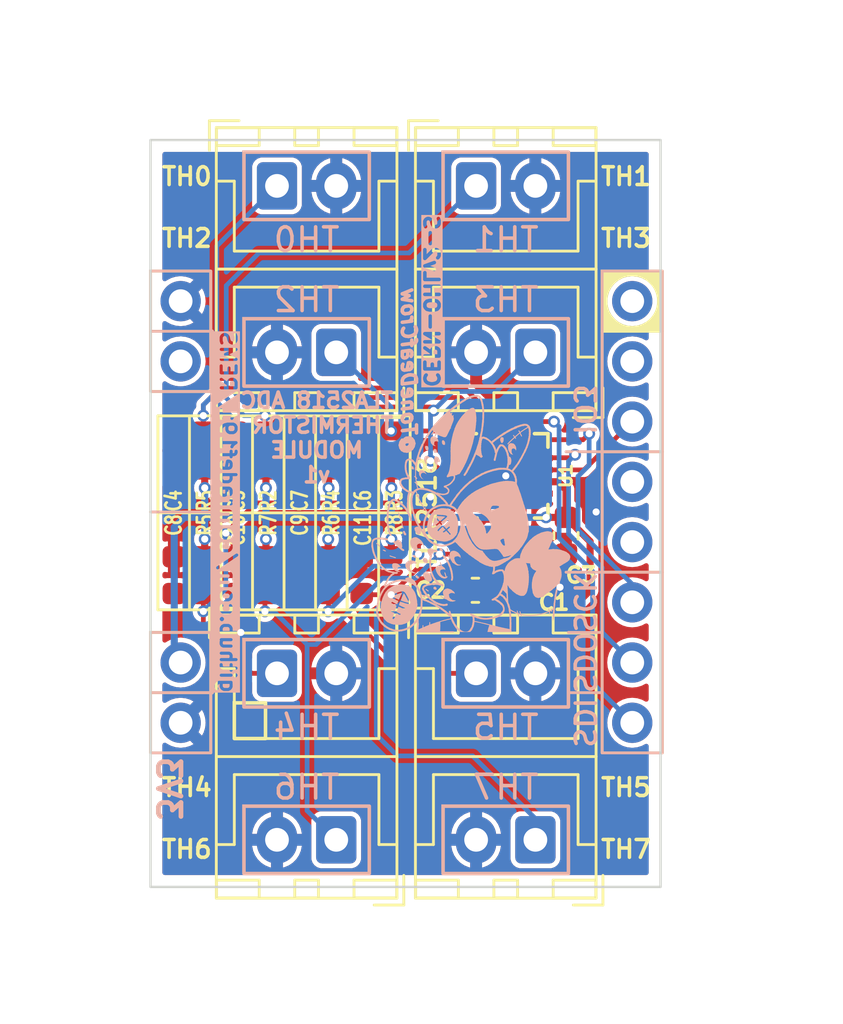
<source format=kicad_pcb>
(kicad_pcb (version 20240108) (generator "pcbnew") (generator_version "8.0")
  (layers (0 "F.Cu" signal) (31 "B.Cu" signal) (34 "B.Paste" user) (35 "F.Paste" user) (36 "B.SilkS" user "B.Silkscreen") (37 "F.SilkS" user "F.Silkscreen") (38 "B.Mask" user) (39 "F.Mask" user) (44 "Edge.Cuts" user))
  (net 0 "")
  (net 1 "Net-(U1-DECAP)")
  (net 2 "GND")
  (net 3 "+3V3")
  (net 4 "/THERMISTOR-0")
  (net 5 "/THERMISTOR-1")
  (net 6 "/THERMISTOR-2")
  (net 7 "/THERMISTOR-3")
  (net 8 "/THERMISTOR-4")
  (net 9 "/THERMISTOR-5")
  (net 10 "/THERMISTOR-6")
  (net 11 "/THERMISTOR-7")
  (net 13 "/SPI_SDO")
  (net 14 "/SPI_SCK")
  (net 15 "/SPI_SDI")
  (net 16 "/GPIO3")
  (footprint "Connector_JST:JST_XH_B2B-XH-A_1x02_P2.50mm_Vertical" (layer "F.Cu") (at 136.884 50.419 180)
    (property "Reference" "J4" (hide yes))
    (property "Value" "Conn_01x02")
    (pad "1" thru_hole roundrect (at 0 0 180) (size 1.7 2) (drill 1) (layers "*.Cu" "*.Mask") (roundrect_rratio 0.1470588235) (net 7 "/THERMISTOR-3"))
    (pad "2" thru_hole oval (at 2.5 0 180) (size 1.7 2) (drill 1) (layers "*.Cu" "*.Mask") (net 2 "GND"))
  )
  (footprint "CustomFootprints:TLA2518" (layer "F.Cu") (at 135.636 55.626)
    (property "Reference" "U1" (at 2.54 0 90) (layer "F.SilkS") (effects (font (size 0.5 0.5) (thickness 0.125))))
    (property "Value" "TLA2518" (hide yes))
    (pad "1" smd rect (at -1.524 -0.750001 90) (size 0.254 0.9144) (layers "F.Cu" "F.Paste" "F.Mask") (net 6 "/THERMISTOR-2"))
    (pad "2" smd rect (at -1.524 -0.25 90) (size 0.254 0.9144) (layers "F.Cu" "F.Paste" "F.Mask") (net 7 "/THERMISTOR-3"))
    (pad "3" smd rect (at -1.524 0.25 90) (size 0.254 0.9144) (layers "F.Cu" "F.Paste" "F.Mask") (net 8 "/THERMISTOR-4"))
    (pad "4" smd rect (at -1.524 0.750001 90) (size 0.254 0.9144) (layers "F.Cu" "F.Paste" "F.Mask") (net 9 "/THERMISTOR-5"))
    (pad "5" smd rect (at -0.750001 1.524) (size 0.254 0.9144) (layers "F.Cu" "F.Paste" "F.Mask") (net 10 "/THERMISTOR-6"))
    (pad "6" smd rect (at -0.25 1.524) (size 0.254 0.9144) (layers "F.Cu" "F.Paste" "F.Mask") (net 11 "/THERMISTOR-7"))
    (pad "7" smd rect (at 0.25 1.524) (size 0.254 0.9144) (layers "F.Cu" "F.Paste" "F.Mask") (net 3 "+3V3"))
    (pad "8" smd rect (at 0.750001 1.524) (size 0.254 0.9144) (layers "F.Cu" "F.Paste" "F.Mask") (net 1 "Net-(U1-DECAP)"))
    (pad "9" smd rect (at 1.524 0.750001 90) (size 0.254 0.9144) (layers "F.Cu" "F.Paste" "F.Mask") (net 2 "GND"))
    (pad "10" smd rect (at 1.524 0.25 90) (size 0.254 0.9144) (layers "F.Cu" "F.Paste" "F.Mask") (net 3 "+3V3"))
    (pad "11" smd rect (at 1.524 -0.25 90) (size 0.254 0.9144) (layers "F.Cu" "F.Paste" "F.Mask") (net 16 "/GPIO3"))
    (pad "12" smd rect (at 1.524 -0.750001 90) (size 0.254 0.9144) (layers "F.Cu" "F.Paste" "F.Mask") (net 13 "/SPI_SDO"))
    (pad "13" smd rect (at 0.750001 -1.524) (size 0.254 0.9144) (layers "F.Cu" "F.Paste" "F.Mask") (net 14 "/SPI_SCK"))
    (pad "14" smd rect (at 0.25 -1.524) (size 0.254 0.9144) (layers "F.Cu" "F.Paste" "F.Mask") (net 15 "/SPI_SDI"))
    (pad "15" smd rect (at -0.25 -1.524) (size 0.254 0.9144) (layers "F.Cu" "F.Paste" "F.Mask") (net 4 "/THERMISTOR-0"))
    (pad "16" smd rect (at -0.750001 -1.524) (size 0.254 0.9144) (layers "F.Cu" "F.Paste" "F.Mask") (net 5 "/THERMISTOR-1"))
    (pad "17" smd rect (at 0 0) (size 1.6764 1.6764) (layers "F.Cu" "F.Mask") (net 2 "GND"))
  )
  (footprint "Capacitor_SMD:C_0603_1608Metric" (layer "F.Cu") (at 136.525 59.69 -90)
    (property "Reference" "C1" (at 1.27 -1.143 180) (layer "F.SilkS") (effects (font (size 0.65 0.65))))
    (property "Value" "1uF")
    (pad "1" smd roundrect (at -0.775 0 270) (size 0.9 0.95) (layers "F.Cu" "F.Paste" "F.Mask") (net 1 "Net-(U1-DECAP)"))
    (pad "2" smd roundrect (at 0.775 0 270) (size 0.9 0.95) (layers "F.Cu" "F.Paste" "F.Mask") (net 2 "GND"))
  )
  (footprint "CustomFootprints:C_0603_1608Metric-DeSilked" (layer "F.Cu") (at 129.5574 54.559 -90)
    (property "Reference" "C6" (hide yes))
    (property "Value" "10uF")
    (pad "1" smd roundrect (at -0.775 0 270) (size 0.9 0.95) (layers "F.Cu" "F.Paste" "F.Mask") (net 6 "/THERMISTOR-2"))
    (pad "2" smd roundrect (at 0.775 0 270) (size 0.9 0.95) (layers "F.Cu" "F.Paste" "F.Mask") (net 2 "GND"))
  )
  (footprint "Capacitor_SMD:C_0603_1608Metric" (layer "F.Cu") (at 134.353 60.452 180)
    (property "Reference" "C2" (at 1.892 0 180) (layer "F.SilkS") (effects (font (size 0.65 0.65))))
    (property "Value" "1uF")
    (pad "1" smd roundrect (at -0.775 0 180) (size 0.9 0.95) (layers "F.Cu" "F.Paste" "F.Mask") (net 3 "+3V3"))
    (pad "2" smd roundrect (at 0.775 0 180) (size 0.9 0.95) (layers "F.Cu" "F.Paste" "F.Mask") (net 2 "GND"))
  )
  (footprint "Connector_JST:JST_XH_B2B-XH-A_1x02_P2.50mm_Vertical" (layer "F.Cu") (at 125.984 63.955)
    (property "Reference" "J5" (hide yes))
    (property "Value" "Conn_01x02")
    (pad "1" thru_hole roundrect (at 0 0) (size 1.7 2) (drill 1) (layers "*.Cu" "*.Mask") (roundrect_rratio 0.1470588235) (net 8 "/THERMISTOR-4"))
    (pad "2" thru_hole oval (at 2.5 0) (size 1.7 2) (drill 1) (layers "*.Cu" "*.Mask") (net 2 "GND"))
  )
  (footprint "CustomFootprints:R_0603_1608Metric_De-Silked" (layer "F.Cu") (at 130.802 59.815 -90)
    (property "Reference" "R8" (hide yes))
    (property "Value" "4.7K" (hide yes))
    (pad "1" smd roundrect (at -0.825 0 270) (size 0.8 0.95) (layers "F.Cu" "F.Paste" "F.Mask") (net 3 "+3V3"))
    (pad "2" smd roundrect (at 0.825 0 270) (size 0.8 0.95) (layers "F.Cu" "F.Paste" "F.Mask") (net 11 "/THERMISTOR-7"))
  )
  (footprint "CustomFootprints:R_0603_1608Metric_De-Silked" (layer "F.Cu") (at 125.5188 54.559 90)
    (property "Reference" "R2" (hide yes))
    (property "Value" "4.7K" (hide yes))
    (pad "1" smd roundrect (at -0.825 0 90) (size 0.8 0.95) (layers "F.Cu" "F.Paste" "F.Mask") (net 3 "+3V3"))
    (pad "2" smd roundrect (at 0.825 0 90) (size 0.8 0.95) (layers "F.Cu" "F.Paste" "F.Mask") (net 5 "/THERMISTOR-1"))
  )
  (footprint "Connector_JST:JST_XH_B2B-XH-A_1x02_P2.50mm_Vertical" (layer "F.Cu") (at 134.384 43.399)
    (property "Reference" "J2" (hide yes))
    (property "Value" "Conn_01x02")
    (pad "1" thru_hole roundrect (at 0 0) (size 1.7 2) (drill 1) (layers "*.Cu" "*.Mask") (roundrect_rratio 0.1470588235) (net 5 "/THERMISTOR-1"))
    (pad "2" thru_hole oval (at 2.5 0) (size 1.7 2) (drill 1) (layers "*.Cu" "*.Mask") (net 2 "GND"))
  )
  (footprint "CustomFootprints:C_0603_1608Metric-DeSilked" (layer "F.Cu") (at 121.6326 59.815 90)
    (property "Reference" "C8" (hide yes))
    (property "Value" "10uF")
    (pad "1" smd roundrect (at -0.775 0 90) (size 0.9 0.95) (layers "F.Cu" "F.Paste" "F.Mask") (net 8 "/THERMISTOR-4"))
    (pad "2" smd roundrect (at 0.775 0 90) (size 0.9 0.95) (layers "F.Cu" "F.Paste" "F.Mask") (net 2 "GND"))
  )
  (footprint "Connector_JST:JST_XH_B2B-XH-A_1x02_P2.50mm_Vertical" (layer "F.Cu") (at 128.484 50.419 180)
    (property "Reference" "J3" (hide yes))
    (property "Value" "Conn_01x02")
    (pad "1" thru_hole roundrect (at 0 0 180) (size 1.7 2) (drill 1) (layers "*.Cu" "*.Mask") (roundrect_rratio 0.1470588235) (net 6 "/THERMISTOR-2"))
    (pad "2" thru_hole oval (at 2.5 0 180) (size 1.7 2) (drill 1) (layers "*.Cu" "*.Mask") (net 2 "GND"))
  )
  (footprint "Connector_JST:JST_XH_B2B-XH-A_1x02_P2.50mm_Vertical" (layer "F.Cu") (at 125.984 43.399)
    (property "Reference" "J1" (hide yes))
    (property "Value" "Conn_01x02")
    (pad "1" thru_hole roundrect (at 0 0) (size 1.7 2) (drill 1) (layers "*.Cu" "*.Mask") (roundrect_rratio 0.1470588235) (net 4 "/THERMISTOR-0"))
    (pad "2" thru_hole oval (at 2.5 0) (size 1.7 2) (drill 1) (layers "*.Cu" "*.Mask") (net 2 "GND"))
  )
  (footprint "CustomFootprints:R_0603_1608Metric_De-Silked" (layer "F.Cu") (at 122.8772 59.815 -90)
    (property "Reference" "R5" (hide yes))
    (property "Value" "4.7K" (hide yes))
    (pad "1" smd roundrect (at -0.825 0 270) (size 0.8 0.95) (layers "F.Cu" "F.Paste" "F.Mask") (net 3 "+3V3"))
    (pad "2" smd roundrect (at 0.825 0 270) (size 0.8 0.95) (layers "F.Cu" "F.Paste" "F.Mask") (net 8 "/THERMISTOR-4"))
  )
  (footprint "CustomFootprints:C_0603_1608Metric-DeSilked" (layer "F.Cu") (at 129.5574 59.815 90)
    (property "Reference" "C11" (hide yes))
    (property "Value" "10uF")
    (pad "1" smd roundrect (at -0.775 0 90) (size 0.9 0.95) (layers "F.Cu" "F.Paste" "F.Mask") (net 11 "/THERMISTOR-7"))
    (pad "2" smd roundrect (at 0.775 0 90) (size 0.9 0.95) (layers "F.Cu" "F.Paste" "F.Mask") (net 2 "GND"))
  )
  (footprint "CustomFootprints:R_0603_1608Metric_De-Silked" (layer "F.Cu") (at 125.5188 59.815 -90)
    (property "Reference" "R7" (hide yes))
    (property "Value" "4.7K" (hide yes))
    (pad "1" smd roundrect (at -0.825 0 270) (size 0.8 0.95) (layers "F.Cu" "F.Paste" "F.Mask") (net 3 "+3V3"))
    (pad "2" smd roundrect (at 0.825 0 270) (size 0.8 0.95) (layers "F.Cu" "F.Paste" "F.Mask") (net 10 "/THERMISTOR-6"))
  )
  (footprint "CustomFootprints:R_0603_1608Metric_De-Silked" (layer "F.Cu") (at 122.8772 54.559 90)
    (property "Reference" "R1" (hide yes))
    (property "Value" "4.7K" (hide yes))
    (pad "1" smd roundrect (at -0.825 0 90) (size 0.8 0.95) (layers "F.Cu" "F.Paste" "F.Mask") (net 3 "+3V3"))
    (pad "2" smd roundrect (at 0.825 0 90) (size 0.8 0.95) (layers "F.Cu" "F.Paste" "F.Mask") (net 4 "/THERMISTOR-0"))
  )
  (footprint "CustomFootprints:R_0603_1608Metric_De-Silked" (layer "F.Cu") (at 128.1604 59.815 -90)
    (property "Reference" "R6" (hide yes))
    (property "Value" "4.7K" (hide yes))
    (pad "1" smd roundrect (at -0.825 0 270) (size 0.8 0.95) (layers "F.Cu" "F.Paste" "F.Mask") (net 3 "+3V3"))
    (pad "2" smd roundrect (at 0.825 0 270) (size 0.8 0.95) (layers "F.Cu" "F.Paste" "F.Mask") (net 9 "/THERMISTOR-5"))
  )
  (footprint "Capacitor_SMD:C_0603_1608Metric" (layer "F.Cu") (at 138.176 58.153 -90)
    (property "Reference" "C3" (at 1.664 -0.635 0) (layer "F.SilkS") (effects (font (size 0.65 0.65))))
    (property "Value" "1uF")
    (pad "1" smd roundrect (at -0.775 0 270) (size 0.9 0.95) (layers "F.Cu" "F.Paste" "F.Mask") (net 3 "+3V3"))
    (pad "2" smd roundrect (at 0.775 0 270) (size 0.9 0.95) (layers "F.Cu" "F.Paste" "F.Mask") (net 2 "GND"))
  )
  (footprint "Connector_JST:JST_XH_B2B-XH-A_1x02_P2.50mm_Vertical" (layer "F.Cu") (at 128.484 70.975 180)
    (property "Reference" "J7" (hide yes))
    (property "Value" "Conn_01x02")
    (pad "1" thru_hole roundrect (at 0 0 180) (size 1.7 2) (drill 1) (layers "*.Cu" "*.Mask") (roundrect_rratio 0.1470588235) (net 10 "/THERMISTOR-6"))
    (pad "2" thru_hole oval (at 2.5 0 180) (size 1.7 2) (drill 1) (layers "*.Cu" "*.Mask") (net 2 "GND"))
  )
  (footprint "CustomFootprints:R_0603_1608Metric_De-Silked" (layer "F.Cu") (at 128.1604 54.559 90)
    (property "Reference" "R4" (hide yes))
    (property "Value" "4.7K" (hide yes))
    (pad "1" smd roundrect (at -0.825 0 90) (size 0.8 0.95) (layers "F.Cu" "F.Paste" "F.Mask") (net 3 "+3V3"))
    (pad "2" smd roundrect (at 0.825 0 90) (size 0.8 0.95) (layers "F.Cu" "F.Paste" "F.Mask") (net 7 "/THERMISTOR-3"))
  )
  (footprint "CustomFootprints:C_0603_1608Metric-DeSilked" (layer "F.Cu") (at 124.2742 59.815 90)
    (property "Reference" "C10" (hide yes))
    (property "Value" "10uF")
    (pad "1" smd roundrect (at -0.775 0 90) (size 0.9 0.95) (layers "F.Cu" "F.Paste" "F.Mask") (net 10 "/THERMISTOR-6"))
    (pad "2" smd roundrect (at 0.775 0 90) (size 0.9 0.95) (layers "F.Cu" "F.Paste" "F.Mask") (net 2 "GND"))
  )
  (footprint "CustomFootprints:C_0603_1608Metric-DeSilked" (layer "F.Cu") (at 121.6326 54.559 -90)
    (property "Reference" "C4" (hide yes))
    (property "Value" "10uF")
    (pad "1" smd roundrect (at -0.775 0 270) (size 0.9 0.95) (layers "F.Cu" "F.Paste" "F.Mask") (net 4 "/THERMISTOR-0"))
    (pad "2" smd roundrect (at 0.775 0 270) (size 0.9 0.95) (layers "F.Cu" "F.Paste" "F.Mask") (net 2 "GND"))
  )
  (footprint "CustomFootprints:R_0603_1608Metric_De-Silked" (layer "F.Cu") (at 130.802 54.559 90)
    (property "Reference" "R3" (hide yes))
    (property "Value" "4.7K" (hide yes))
    (pad "1" smd roundrect (at -0.825 0 90) (size 0.8 0.95) (layers "F.Cu" "F.Paste" "F.Mask") (net 3 "+3V3"))
    (pad "2" smd roundrect (at 0.825 0 90) (size 0.8 0.95) (layers "F.Cu" "F.Paste" "F.Mask") (net 6 "/THERMISTOR-2"))
  )
  (footprint "CustomFootprints:C_0603_1608Metric-DeSilked" (layer "F.Cu") (at 124.2742 54.559 -90)
    (property "Reference" "C5" (hide yes))
    (property "Value" "10uF")
    (pad "1" smd roundrect (at -0.775 0 270) (size 0.9 0.95) (layers "F.Cu" "F.Paste" "F.Mask") (net 5 "/THERMISTOR-1"))
    (pad "2" smd roundrect (at 0.775 0 270) (size 0.9 0.95) (layers "F.Cu" "F.Paste" "F.Mask") (net 2 "GND"))
  )
  (footprint "CustomFootprints:C_0603_1608Metric-DeSilked" (layer "F.Cu") (at 126.9158 54.559 -90)
    (property "Reference" "C7" (hide yes))
    (property "Value" "10uF")
    (pad "1" smd roundrect (at -0.775 0 270) (size 0.9 0.95) (layers "F.Cu" "F.Paste" "F.Mask") (net 7 "/THERMISTOR-3"))
    (pad "2" smd roundrect (at 0.775 0 270) (size 0.9 0.95) (layers "F.Cu" "F.Paste" "F.Mask") (net 2 "GND"))
  )
  (footprint "CustomFootprints:C_0603_1608Metric-DeSilked" (layer "F.Cu") (at 126.9158 59.815 90)
    (property "Reference" "C9" (hide yes))
    (property "Value" "10uF")
    (pad "1" smd roundrect (at -0.775 0 90) (size 0.9 0.95) (layers "F.Cu" "F.Paste" "F.Mask") (net 9 "/THERMISTOR-5"))
    (pad "2" smd roundrect (at 0.775 0 90) (size 0.9 0.95) (layers "F.Cu" "F.Paste" "F.Mask") (net 2 "GND"))
  )
  (footprint "CustomFootprints:REMS Stick" (layer "F.Cu") (at 131.445 57.15)
    (property "Reference" "U2" (hide yes))
    (property "Value" "~")
    (pad "1" thru_hole circle (at 9.525 -8.89) (size 1.7 1.7) (drill 1) (layers "*.Cu" "*.Mask"))
    (pad "2" thru_hole circle (at 9.525 -6.35) (size 1.7 1.7) (drill 1) (layers "*.Cu" "*.Mask"))
    (pad "3" thru_hole circle (at 9.525 -3.81) (size 1.7 1.7) (drill 1) (layers "*.Cu" "*.Mask") (net 16 "/GPIO3"))
    (pad "4" thru_hole circle (at 9.525 -1.27) (size 1.7 1.7) (drill 1) (layers "*.Cu" "*.Mask"))
    (pad "5" thru_hole circle (at 9.525 1.27) (size 1.7 1.7) (drill 1) (layers "*.Cu" "*.Mask"))
    (pad "6" thru_hole circle (at 9.525 3.81) (size 1.7 1.7) (drill 1) (layers "*.Cu" "*.Mask") (net 14 "/SPI_SCK"))
    (pad "7" thru_hole circle (at 9.525 6.35) (size 1.7 1.7) (drill 1) (layers "*.Cu" "*.Mask") (net 13 "/SPI_SDO"))
    (pad "8" thru_hole circle (at 9.525 8.89) (size 1.7 1.7) (drill 1) (layers "*.Cu" "*.Mask") (net 15 "/SPI_SDI"))
    (pad "9" thru_hole circle (at -9.525 -8.89) (size 1.7 1.7) (drill 1) (layers "*.Cu" "*.Mask") (net 2 "GND"))
    (pad "10" thru_hole circle (at -9.525 -6.35) (size 1.7 1.7) (drill 1) (layers "*.Cu" "*.Mask"))
    (pad "15" thru_hole circle (at -9.525 6.35) (size 1.7 1.7) (drill 1) (layers "*.Cu" "*.Mask") (net 3 "+3V3"))
    (pad "16" thru_hole circle (at -9.525 8.89) (size 1.7 1.7) (drill 1) (layers "*.Cu" "*.Mask") (net 2 "GND"))
  )
  (footprint "Connector_JST:JST_XH_B2B-XH-A_1x02_P2.50mm_Vertical" (layer "F.Cu") (at 136.884 70.975 180)
    (property "Reference" "J8" (hide yes))
    (property "Value" "Conn_01x02")
    (pad "1" thru_hole roundrect (at 0 0 180) (size 1.7 2) (drill 1) (layers "*.Cu" "*.Mask") (roundrect_rratio 0.1470588235) (net 11 "/THERMISTOR-7"))
    (pad "2" thru_hole oval (at 2.5 0 180) (size 1.7 2) (drill 1) (layers "*.Cu" "*.Mask") (net 2 "GND"))
  )
  (footprint "Connector_JST:JST_XH_B2B-XH-A_1x02_P2.50mm_Vertical" (layer "F.Cu") (at 134.384 63.955)
    (property "Reference" "J6" (hide yes))
    (property "Value" "Conn_01x02")
    (pad "1" thru_hole roundrect (at 0 0) (size 1.7 2) (drill 1) (layers "*.Cu" "*.Mask") (roundrect_rratio 0.1470588235) (net 9 "/THERMISTOR-5"))
    (pad "2" thru_hole oval (at 2.5 0) (size 1.7 2) (drill 1) (layers "*.Cu" "*.Mask") (net 2 "GND"))
  )
  (footprint "LOGO" (layer "B.Cu") (at 134.1628 57.2098 180)
    (property "Reference" "G***" (hide yes))
    (property "Value" "LOGO" (hide yes))
  )
  (gr_line (start 133.4265 62.2046) (end 131.8768 62.2046) (stroke (width 0.05)) (layer "B.SilkS"))
  (gr_rect (start 124.5904 69.556) (end 129.8776 72.399) (stroke (width 0.15)) (fill none) (layer "B.SilkS"))
  (gr_rect (start 132.9904 69.556) (end 138.2776 72.399) (stroke (width 0.15)) (fill none) (layer "B.SilkS"))
  (gr_rect (start 124.5904 41.975) (end 129.8776 44.818) (stroke (width 0.15)) (fill none) (layer "B.SilkS"))
  (gr_rect (start 124.5904 49) (end 129.8776 51.843) (stroke (width 0.15)) (fill none) (layer "B.SilkS"))
  (gr_line (start 139.64 59.69) (end 138.176 59.69) (stroke (width 0.12)) (layer "B.SilkS"))
  (gr_line (start 139.64 54.61) (end 138.176 54.61) (stroke (width 0.12)) (layer "B.SilkS"))
  (gr_line (start 139.64 62.23) (end 138.2776 62.23) (stroke (width 0.12)) (layer "B.SilkS"))
  (gr_line (start 123.25 64.77) (end 123.25 49.53) (stroke (width 0.15)) (layer "B.SilkS"))
  (gr_rect (start 132.9904 49) (end 138.2776 51.843) (stroke (width 0.15)) (fill none) (layer "B.SilkS"))
  (gr_rect (start 132.9904 41.975) (end 138.2776 44.818) (stroke (width 0.15)) (fill none) (layer "B.SilkS"))
  (gr_rect (start 132.9904 62.531) (end 138.2776 65.374) (stroke (width 0.15)) (fill none) (layer "B.SilkS"))
  (gr_rect (start 124.5904 62.531) (end 129.8776 65.374) (stroke (width 0.15)) (fill none) (layer "B.SilkS"))
  (gr_line (start 139.64 64.77) (end 138.2776 64.77) (stroke (width 0.12)) (layer "B.SilkS"))
  (gr_line (start 131.602 53.097) (end 120.962 53.097) (stroke (width 0.12)) (layer "F.SilkS"))
  (gr_line (start 128.942 57.187) (end 128.942 53.097) (stroke (width 0.12)) (layer "F.SilkS"))
  (gr_line (start 127.612 57.187) (end 127.612 53.097) (stroke (width 0.12)) (layer "F.SilkS"))
  (gr_line (start 124.952 57.187) (end 124.952 53.097) (stroke (width 0.12)) (layer "F.SilkS"))
  (gr_line (start 124.952 57.187) (end 126.282 57.187) (stroke (width 0.12)) (layer "F.SilkS"))
  (gr_line (start 126.282 57.187) (end 126.282 61.277) (stroke (width 0.12)) (layer "F.SilkS"))
  (gr_line (start 131.602 61.277) (end 120.962 61.277) (stroke (width 0.12)) (layer "F.SilkS"))
  (gr_line (start 126.282 57.187) (end 126.282 53.097) (stroke (width 0.12)) (layer "F.SilkS"))
  (gr_line (start 128.942 57.187) (end 128.942 61.277) (stroke (width 0.12)) (layer "F.SilkS"))
  (gr_line (start 124.952 57.187) (end 124.952 61.277) (stroke (width 0.12)) (layer "F.SilkS"))
  (gr_line (start 123.622 57.187) (end 123.622 61.277) (stroke (width 0.12)) (layer "F.SilkS"))
  (gr_line (start 120.962 57.187) (end 120.962 53.097) (stroke (width 0.12)) (layer "F.SilkS"))
  (gr_line (start 122.292 57.187) (end 122.292 61.277) (stroke (width 0.12)) (layer "F.SilkS"))
  (gr_line (start 130.272 57.187) (end 130.272 61.277) (stroke (width 0.12)) (layer "F.SilkS"))
  (gr_line (start 127.612 57.187) (end 128.942 57.187) (stroke (width 0.12)) (layer "F.SilkS"))
  (gr_line (start 128.942 57.187) (end 130.272 57.187) (stroke (width 0.12)) (layer "F.SilkS"))
  (gr_line (start 131.602 57.187) (end 131.602 61.277) (stroke (width 0.12)) (layer "F.SilkS"))
  (gr_line (start 123.622 57.187) (end 123.622 53.097) (stroke (width 0.12)) (layer "F.SilkS"))
  (gr_line (start 120.962 57.187) (end 122.292 57.187) (stroke (width 0.12)) (layer "F.SilkS"))
  (gr_line (start 130.272 57.187) (end 131.602 57.187) (stroke (width 0.12)) (layer "F.SilkS"))
  (gr_line (start 126.282 57.187) (end 127.612 57.187) (stroke (width 0.12)) (layer "F.SilkS"))
  (gr_line (start 120.962 57.187) (end 120.962 61.277) (stroke (width 0.12)) (layer "F.SilkS"))
  (gr_rect (start 124.184 65.2) (end 125.5 66.705) (stroke (width 0.15)) (fill none) (layer "F.SilkS"))
  (gr_line (start 127.612 57.187) (end 127.612 61.277) (stroke (width 0.12)) (layer "F.SilkS"))
  (gr_line (start 122.292 57.187) (end 122.292 53.097) (stroke (width 0.12)) (layer "F.SilkS"))
  (gr_line (start 131.602 57.187) (end 131.602 53.097) (stroke (width 0.12)) (layer "F.SilkS"))
  (gr_line (start 130.272 57.187) (end 130.272 53.097) (stroke (width 0.12)) (layer "F.SilkS"))
  (gr_line (start 122.292 57.187) (end 123.622 57.187) (stroke (width 0.12)) (layer "F.SilkS"))
  (gr_line (start 123.622 57.187) (end 124.952 57.187) (stroke (width 0.12)) (layer "F.SilkS"))
  (gr_rect (start 120.65 41.4655) (end 142.1638 72.9615) (stroke (width 0.1)) (fill none) (layer "Edge.Cuts"))
  (gr_text "TH5" (at 135.634 65.641 0) (layer "B.SilkS") (effects (font (size 1 1)) (justify top mirror)))
  (gr_text "TH1" (at 135.634 45.085 0) (layer "B.SilkS") (effects (font (size 1 1)) (justify top mirror)))
  (gr_text "SDI" (at 139.446 66.04 270) (layer "B.SilkS") (effects (font (size 0.85 0.85) (thickness 0.15) (bold yes)) (justify top mirror)))
  (gr_text "CERN-OHLv2-S" (at 132.842 48.26 -90) (layer "B.SilkS" knockout) (effects (font (size 0.6 0.6)) (justify top mirror)))
  (gr_text "github.com/comradef191/REMS" (at 123.5456 57.15 270) (layer "B.SilkS" knockout) (effects (font (size 0.63 0.63) (thickness 0.13) (bold yes)) (justify bottom mirror)))
  (gr_text "IO3" (at 139.446 52.832 270) (layer "B.SilkS") (effects (font (size 0.85 0.85) (thickness 0.15) (bold yes)) (justify top mirror)))
  (gr_text "TH0" (at 127.234 45.085 0) (layer "B.SilkS") (effects (font (size 1 1)) (justify top mirror)))
  (gr_text "TH2" (at 127.234 48.786 0) (layer "B.SilkS") (effects (font (size 1 1)) (justify bottom mirror)))
  (gr_text "3V3" (at 121.412 67.37 270) (layer "B.SilkS") (effects (font (size 0.95 0.95) (thickness 0.2) (bold yes)) (justify right mirror)))
  (gr_text "TH4" (at 127.234 65.641 0) (layer "B.SilkS") (effects (font (size 1 1)) (justify top mirror)))
  (gr_text "TLA2518 ADC\nTHERMISTOR \nMODULE\nv1" (at 127.6604 52.07 0) (layer "B.SilkS") (effects (font (size 0.65 0.65)) (justify top mirror)))
  (gr_text "SDO" (at 139.446 63.5 270) (layer "B.SilkS") (effects (font (size 0.85 0.85) (thickness 0.15) (bold yes)) (justify top mirror)))
  (gr_text "TH3" (at 135.634 48.786 0) (layer "B.SilkS") (effects (font (size 1 1)) (justify bottom mirror)))
  (gr_text "SCK" (at 139.446 60.96 270) (layer "B.SilkS") (effects (font (size 0.85 0.85) (thickness 0.15) (bold yes)) (justify top mirror)))
  (gr_text "TH6" (at 127.234 69.342 0) (layer "B.SilkS") (effects (font (size 1 1)) (justify bottom mirror)))
  (gr_text "TH7" (at 135.634 69.342 0) (layer "B.SilkS") (effects (font (size 1 1)) (justify bottom mirror)))
  (gr_text "@ToneDeafCrow" (at 131.891101 54.817204 270) (layer "B.SilkS") (effects (font (size 0.6 0.6) (thickness 0.15) (bold yes) (italic yes)) (justify left top mirror)))
  (gr_text "TH6" (at 123.317 71.3725 0) (layer "F.SilkS") (effects (font (size 0.75 0.75)) (justify right)))
  (gr_text "TH2" (at 123.317 45.6065 0) (layer "F.SilkS") (effects (font (size 0.75 0.75)) (justify right)))
  (gr_text "TH4" (at 123.317 68.7675 0) (layer "F.SilkS") (effects (font (size 0.75 0.75)) (justify right)))
  (gr_text "C8" (at 121.627 57.187 90) (layer "F.SilkS") (effects (font (size 0.65 0.45) (thickness 0.1125) (bold yes)) (justify right)))
  (gr_text "R6" (at 128.277 57.187 90) (layer "F.SilkS") (effects (font (size 0.65 0.45) (thickness 0.1125) (bold yes)) (justify right)))
  (gr_text "C7" (at 126.947 57.187 90) (layer "F.SilkS") (effects (font (size 0.65 0.45) (thickness 0.1125) (bold yes)) (justify left)))
  (gr_text "C9" (at 126.947 57.187 90) (layer "F.SilkS") (effects (font (size 0.65 0.45) (thickness 0.1125) (bold yes)) (justify right)))
  (gr_text "R5" (at 122.957 57.187 90) (layer "F.SilkS") (effects (font (size 0.65 0.45) (thickness 0.1125) (bold yes)) (justify right)))
  (gr_text "R3" (at 130.937 57.187 90) (layer "F.SilkS") (effects (font (size 0.65 0.45) (thickness 0.1125) (bold yes)) (justify left)))
  (gr_text "C5" (at 124.287 57.187 90) (layer "F.SilkS") (effects (font (size 0.65 0.45) (thickness 0.1125) (bold yes)) (justify left)))
  (gr_text "TH1" (at 139.573 43.0015 0) (layer "F.SilkS") (effects (font (size 0.75 0.75)) (justify left)))
  (gr_text "C10" (at 124.287 57.187 90) (layer "F.SilkS") (effects (font (size 0.65 0.45) (thickness 0.1125) (bold yes)) (justify right)))
  (gr_text "R8" (at 130.937 57.187 90) (layer "F.SilkS") (effects (font (size 0.65 0.45) (thickness 0.1125) (bold yes)) (justify right)))
  (gr_text "TLA2518" (at 131.8768 57.187 90) (layer "F.SilkS") (effects (font (size 0.75 0.75)) (justify top)))
  (gr_text "C11" (at 129.607 57.187 90) (layer "F.SilkS") (effects (font (size 0.65 0.45) (thickness 0.1125) (bold yes)) (justify right)))
  (gr_text "R5" (at 122.957 57.187 90) (layer "F.SilkS") (effects (font (size 0.65 0.45) (thickness 0.1125) (bold yes)) (justify left)))
  (gr_text "TH5" (at 139.573 68.7675 0) (layer "F.SilkS") (effects (font (size 0.75 0.75)) (justify left)))
  (gr_text "TH7" (at 139.573 71.3725 0) (layer "F.SilkS") (effects (font (size 0.75 0.75)) (justify left)))
  (gr_text "TH3" (at 139.573 45.6065 0) (layer "F.SilkS") (effects (font (size 0.75 0.75)) (justify left)))
  (gr_text "C4" (at 121.627 57.187 90) (layer "F.SilkS") (effects (font (size 0.65 0.45) (thickness 0.1125) (bold yes)) (justify left)))
  (gr_text "R2" (at 125.617 57.187 90) (layer "F.SilkS") (effects (font (size 0.65 0.45) (thickness 0.1125) (bold yes)) (justify left)))
  (gr_text "C6" (at 129.607 57.187 90) (layer "F.SilkS") (effects (font (size 0.65 0.45) (thickness 0.1125) (bold yes)) (justify left)))
  (gr_text "TH0" (at 123.317 43.0015 0) (layer "F.SilkS") (effects (font (size 0.75 0.75)) (justify right)))
  (gr_text "R4" (at 128.277 57.187 90) (layer "F.SilkS") (effects (font (size 0.65 0.45) (thickness 0.1125) (bold yes)) (justify left)))
  (gr_text "R7" (at 125.617 57.187 90) (layer "F.SilkS") (effects (font (size 0.65 0.45) (thickness 0.1125) (bold yes)) (justify right)))
  (segment (start 136.386001 57.15) (end 136.386001 58.662001) (width 0.2) (layer "F.Cu") (net 1))
  (segment (start 136.386001 56.376001) (end 135.636 55.626) (width 0.2) (layer "F.Cu") (net 2))
  (segment (start 137.16 56.376001) (end 136.386001 56.376001) (width 0.2) (layer "F.Cu") (net 2))
  (via (at 137.922 60.325) (size 0.5) (drill 0.3) (layers "F.Cu" "B.Cu") (net 2))
  (via (at 124.46 62.23) (size 0.5) (drill 0.3) (layers "F.Cu" "B.Cu") (net 2))
  (via (at 132.461 56.515) (size 0.5) (drill 0.3) (layers "F.Cu" "B.Cu") (net 2))
  (via (at 135.636 55.626) (size 0.5) (drill 0.3) (layers "F.Cu" "B.Cu") (net 2))
  (via (at 139.446 57.15) (size 0.5) (drill 0.3) (layers "F.Cu" "B.Cu") (net 2))
  (segment (start 138.176 56.207801) (end 138.176 57.378) (width 0.3) (layer "F.Cu") (net 3))
  (segment (start 128.143 58.293) (end 128.143 58.9726) (width 0.3) (layer "F.Cu") (net 3))
  (segment (start 139.192 58.394) (end 138.176 57.378) (width 0.3) (layer "F.Cu") (net 3))
  (segment (start 128.1604 56.134) (end 128.1604 55.384) (width 0.3) (layer "F.Cu") (net 3))
  (segment (start 125.5188 58.293) (end 125.5188 58.99) (width 0.3) (layer "F.Cu") (net 3))
  (segment (start 137.334 57.378) (end 138.176 57.378) (width 0.3) (layer "F.Cu") (net 3))
  (segment (start 137.16 55.876) (end 137.844199 55.876) (width 0.3) (layer "F.Cu") (net 3))
  (segment (start 122.936 56.134) (end 122.936 55.4428) (width 0.3) (layer "F.Cu") (net 3))
  (segment (start 135.886 57.15) (end 135.886 58.043) (width 0.3) (layer "F.Cu") (net 3))
  (segment (start 137.844199 55.876) (end 138.176 56.207801) (width 0.3) (layer "F.Cu") (net 3))
  (segment (start 130.81 58.982) (end 130.802 58.99) (width 0.3) (layer "F.Cu") (net 3))
  (segment (start 130.81 55.392) (end 130.802 55.384) (width 0.3) (layer "F.Cu") (net 3))
  (segment (start 130.81 58.293) (end 130.81 58.982) (width 0.3) (layer "F.Cu") (net 3))
  (segment (start 122.936 55.4428) (end 122.8772 55.384) (width 0.3) (layer "F.Cu") (net 3))
  (segment (start 135.128 60.96) (end 135.509 61.341) (width 0.3) (layer "F.Cu") (net 3))
  (segment (start 128.143 58.9726) (end 128.1604 58.99) (width 0.3) (layer "F.Cu") (net 3))
  (segment (start 130.81 56.134) (end 130.81 55.392) (width 0.3) (layer "F.Cu") (net 3))
  (segment (start 125.5188 56.134) (end 125.5188 55.384) (width 0.3) (layer "F.Cu") (net 3))
  (segment (start 135.509 61.341) (end 138.303 61.341) (width 0.3) (layer "F.Cu") (net 3))
  (segment (start 135.886 58.043) (end 135.128 58.801) (width 0.3) (layer "F.Cu") (net 3))
  (segment (start 138.303 61.341) (end 139.192 60.452) (width 0.3) (layer "F.Cu") (net 3))
  (segment (start 122.936 58.293) (end 122.936 58.9312) (width 0.3) (layer "F.Cu") (net 3))
  (segment (start 139.192 60.452) (end 139.192 58.394) (width 0.3) (layer "F.Cu") (net 3))
  (segment (start 135.128 58.801) (end 135.128 60.96) (width 0.3) (layer "F.Cu") (net 3))
  (segment (start 122.936 58.9312) (end 122.8772 58.99) (width 0.3) (layer "F.Cu") (net 3))
  (via (at 128.143 58.293) (size 0.5) (drill 0.3) (layers "F.Cu" "B.Cu") (net 3))
  (via (at 130.81 56.134) (size 0.5) (drill 0.3) (layers "F.Cu" "B.Cu") (net 3))
  (via (at 130.81 58.293) (size 0.5) (drill 0.3) (layers "F.Cu" "B.Cu") (net 3))
  (via (at 125.5188 56.134) (size 0.5) (drill 0.3) (layers "F.Cu" "B.Cu") (net 3))
  (via (at 128.1604 56.134) (size 0.5) (drill 0.3) (layers "F.Cu" "B.Cu") (net 3))
  (via (at 137.334 57.378) (size 0.5) (drill 0.3) (layers "F.Cu" "B.Cu") (net 3))
  (via (at 122.936 56.134) (size 0.5) (drill 0.3) (layers "F.Cu" "B.Cu") (net 3))
  (via (at 122.936 58.293) (size 0.5) (drill 0.3) (layers "F.Cu" "B.Cu") (net 3))
  (via (at 125.5188 58.293) (size 0.5) (drill 0.3) (layers "F.Cu" "B.Cu") (net 3))
  (segment (start 122.936 56.134) (end 122.936 58.293) (width 0.3) (layer "B.Cu") (net 3))
  (segment (start 125.5188 56.134) (end 125.5188 58.293) (width 0.3) (layer "B.Cu") (net 3))
  (segment (start 121.6502 63.2302) (end 121.92 63.5) (width 0.3) (layer "B.Cu") (net 3))
  (segment (start 128.1604 58.2756) (end 128.143 58.293) (width 0.3) (layer "B.Cu") (net 3))
  (segment (start 137.334 57.378) (end 122.073 57.378) (width 0.3) (layer "B.Cu") (net 3))
  (segment (start 128.1604 56.134) (end 128.1604 58.2756) (width 0.3) (layer "B.Cu") (net 3))
  (segment (start 121.6502 57.8008) (end 121.6502 63.2302) (width 0.3) (layer "B.Cu") (net 3))
  (segment (start 122.073 57.378) (end 121.6502 57.8008) (width 0.3) (layer "B.Cu") (net 3))
  (segment (start 130.81 56.134) (end 130.81 58.293) (width 0.3) (layer "B.Cu") (net 3))
  (segment (start 122.8272 53.784) (end 121.6326 53.784) (width 0.2) (layer "F.Cu") (net 4))
  (segment (start 122.8772 53.734) (end 122.8772 52.6368) (width 0.2) (layer "F.Cu") (net 4))
  (segment (start 122.8772 52.6368) (end 123.59 51.924) (width 0.2) (layer "F.Cu") (net 4))
  (segment (start 122.8772 53.734) (end 122.8272 53.784) (width 0.2) (layer "F.Cu") (net 4))
  (segment (start 135.386 53.417801) (end 135.386 54.102) (width 0.2) (layer "F.Cu") (net 4))
  (segment (start 123.59 51.924) (end 133.892199 51.924) (width 0.2) (layer "F.Cu") (net 4))
  (segment (start 133.892199 51.924) (end 135.386 53.417801) (width 0.2) (layer "F.Cu") (net 4))
  (via (at 122.8772 53.086) (size 0.5) (drill 0.3) (layers "F.Cu" "B.Cu") (net 4))
  (segment (start 122.8772 52.6368) (end 123.444 52.07) (width 0.2) (layer "B.Cu") (net 4))
  (segment (start 123.444 45.939) (end 125.984 43.399) (width 0.2) (layer "B.Cu") (net 4))
  (segment (start 122.8772 53.086) (end 122.8772 52.6368) (width 0.2) (layer "B.Cu") (net 4))
  (segment (start 123.444 52.07) (end 123.444 45.939) (width 0.2) (layer "B.Cu") (net 4))
  (segment (start 125.4688 53.784) (end 125.5188 53.734) (width 0.2) (layer "F.Cu") (net 5))
  (segment (start 133.726513 52.324) (end 134.885999 53.483486) (width 0.2) (layer "F.Cu") (net 5))
  (segment (start 126.9288 52.324) (end 133.726513 52.324) (width 0.2) (layer "F.Cu") (net 5))
  (segment (start 124.2742 53.784) (end 125.4688 53.784) (width 0.2) (layer "F.Cu") (net 5))
  (segment (start 125.476 53.086) (end 125.476 53.6912) (width 0.2) (layer "F.Cu") (net 5))
  (segment (start 125.5188 53.734) (end 126.9288 52.324) (width 0.2) (layer "F.Cu") (net 5))
  (segment (start 125.476 53.6912) (end 125.5188 53.734) (width 0.2) (layer "F.Cu") (net 5))
  (segment (start 134.885999 53.483486) (end 134.885999 54.102) (width 0.2) (layer "F.Cu") (net 5))
  (via (at 125.476 53.086) (size 0.5) (drill 0.3) (layers "F.Cu" "B.Cu") (net 5))
  (segment (start 125.476 53.086) (end 124.587 53.086) (width 0.2) (layer "B.Cu") (net 5))
  (segment (start 124.587 53.086) (end 123.844 52.343) (width 0.2) (layer "B.Cu") (net 5))
  (segment (start 125.476 53.086) (end 125.5188 53.1288) (width 0.2) (layer "B.Cu") (net 5))
  (segment (start 123.844 52.343) (end 123.844 47.606) (width 0.2) (layer "B.Cu") (net 5))
  (segment (start 125.222 46.228) (end 131.555 46.228) (width 0.2) (layer "B.Cu") (net 5))
  (segment (start 131.555 46.228) (end 134.384 43.399) (width 0.2) (layer "B.Cu") (net 5))
  (segment (start 123.844 47.606) (end 125.222 46.228) (width 0.2) (layer "B.Cu") (net 5))
  (segment (start 130.802 53.734) (end 132.970001 53.734) (width 0.2) (layer "F.Cu") (net 6))
  (segment (start 132.970001 53.734) (end 134.112 54.875999) (width 0.2) (layer "F.Cu") (net 6))
  (segment (start 130.752 53.784) (end 130.802 53.734) (width 0.2) (layer "F.Cu") (net 6))
  (segment (start 129.5574 53.784) (end 130.752 53.784) (width 0.2) (layer "F.Cu") (net 6))
  (via (at 130.802 53.734) (size 0.5) (drill 0.3) (layers "F.Cu" "B.Cu") (net 6))
  (segment (start 130.802 53.734) (end 130.802 52.737) (width 0.2) (layer "B.Cu") (net 6))
  (segment (start 130.802 52.737) (end 128.484 50.419) (width 0.2) (layer "B.Cu") (net 6))
  (segment (start 132.469 54.991) (end 132.469 54.991) (width 0.2) (layer "F.Cu") (net 7))
  (segment (start 132.461 54.991) (end 132.461 54.983) (width 0.2) (layer "F.Cu") (net 7))
  (segment (start 132.854 55.376) (end 134.112 55.376) (width 0.2) (layer "F.Cu") (net 7))
  (segment (start 132.4385 52.724) (end 129.1704 52.724) (width 0.2) (layer "F.Cu") (net 7))
  (segment (start 126.9158 53.784) (end 128.1104 53.784) (width 0.2) (layer "F.Cu") (net 7))
  (segment (start 132.461 54.983) (end 132.854 55.376) (width 0.2) (layer "F.Cu") (net 7))
  (segment (start 128.1104 53.784) (end 128.1604 53.734) (width 0.2) (layer "F.Cu") (net 7))
  (segment (start 132.588 52.8735) (end 132.4385 52.724) (width 0.2) (layer "F.Cu") (net 7))
  (segment (start 129.1704 52.724) (end 128.1604 53.734) (width 0.2) (layer "F.Cu") (net 7))
  (segment (start 132.469 54.991) (end 132.461 54.991) (width 0.2) (layer "F.Cu") (net 7))
  (via (at 132.588 52.8735) (size 0.5) (drill 0.3) (layers "F.Cu" "B.Cu") (net 7))
  (via (at 132.461 54.991) (size 0.5) (drill 0.3) (layers "F.Cu" "B.Cu") (net 7))
  (segment (start 132.461 54.991) (end 132.461 53.0005) (width 0.2) (layer "B.Cu") (net 7))
  (segment (start 135.233 52.07) (end 136.884 50.419) (width 0.2) (layer "B.Cu") (net 7))
  (segment (start 133.3915 52.07) (end 135.233 52.07) (width 0.2) (layer "B.Cu") (net 7))
  (segment (start 132.588 52.8735) (end 133.3915 52.07) (width 0.2) (layer "B.Cu") (net 7))
  (segment (start 132.461 53.0005) (end 132.588 52.8735) (width 0.2) (layer "B.Cu") (net 7))
  (segment (start 125.095 56.769) (end 131.064 56.769) (width 0.2) (layer "F.Cu") (net 8))
  (segment (start 131.064 56.769) (end 131.957 55.876) (width 0.2) (layer "F.Cu") (net 8))
  (segment (start 122.8772 61.341) (end 122.8772 60.64) (width 0.2) (layer "F.Cu") (net 8))
  (segment (start 131.957 55.876) (end 134.112 55.876) (width 0.2) (layer "F.Cu") (net 8))
  (segment (start 123.825 58.039) (end 125.095 56.769) (width 0.2) (layer "F.Cu") (net 8))
  (segment (start 124.915 63.955) (end 125.984 63.955) (width 0.2) (layer "F.Cu") (net 8))
  (segment (start 122.8772 61.9172) (end 124.915 63.955) (width 0.2) (layer "F.Cu") (net 8))
  (segment (start 122.8772 60.64) (end 121.6826 60.64) (width 0.2) (layer "F.Cu") (net 8))
  (segment (start 122.8772 61.341) (end 122.8772 61.9172) (width 0.2) (layer "F.Cu") (net 8))
  (via (at 123.825 58.039) (size 0.5) (drill 0.3) (layers "F.Cu" "B.Cu") (net 8))
  (via (at 122.8772 61.341) (size 0.5) (drill 0.3) (layers "F.Cu" "B.Cu") (net 8))
  (segment (start 122.8772 61.341) (end 123.825 60.3932) (width 0.2) (layer "B.Cu") (net 8))
  (segment (start 123.825 60.3932) (end 123.825 58.039) (width 0.2) (layer "B.Cu") (net 8))
  (segment (start 131.4754 63.955) (end 134.384 63.955) (width 0.2) (layer "F.Cu") (net 9))
  (segment (start 128.1604 60.64) (end 126.9658 60.64) (width 0.2) (layer "F.Cu") (net 9))
  (segment (start 128.143 61.341) (end 128.1604 61.3236) (width 0.2) (layer "F.Cu") (net 9))
  (segment (start 128.143 61.341) (end 128.8614 61.341) (width 0.2) (layer "F.Cu") (net 9))
  (segment (start 128.8614 61.341) (end 131.4754 63.955) (width 0.2) (layer "F.Cu") (net 9))
  (segment (start 131.953 58.928) (end 131.953 58.535001) (width 0.2) (layer "F.Cu") (net 9))
  (segment (start 128.1604 61.3236) (end 128.1604 60.64) (width 0.2) (layer "F.Cu") (net 9))
  (segment (start 131.953 58.535001) (end 134.112 56.376001) (width 0.2) (layer "F.Cu") (net 9))
  (via (at 128.143 61.341) (size 0.5) (drill 0.3) (layers "F.Cu" "B.Cu") (net 9))
  (via (at 131.953 58.928) (size 0.5) (drill 0.3) (layers "F.Cu" "B.Cu") (net 9))
  (segment (start 131.445 59.436) (end 130.048 59.436) (width 0.2) (layer "B.Cu") (net 9))
  (segment (start 130.048 59.436) (end 128.143 61.341) (width 0.2) (layer "B.Cu") (net 9))
  (segment (start 131.953 58.928) (end 131.445 59.436) (width 0.2) (layer "B.Cu") (net 9))
  (segment (start 134.885999 57.15) (end 134.885999 57.392001) (width 0.2) (layer "F.Cu") (net 10))
  (segment (start 134.885999 57.392001) (end 133.35 58.928) (width 0.2) (layer "F.Cu") (net 10))
  (segment (start 125.476 61.341) (end 125.476 60.64) (width 0.2) (layer "F.Cu") (net 10))
  (segment (start 133.35 58.928) (end 132.842 58.928) (width 0.2) (layer "F.Cu") (net 10))
  (segment (start 134.847999 57.188) (end 134.885999 57.15) (width 0.2) (layer "F.Cu") (net 10))
  (segment (start 132.842 58.928) (end 132.969 58.928) (width 0.2) (layer "F.Cu") (net 10))
  (segment (start 125.476 60.64) (end 124.3242 60.64) (width 0.2) (layer "F.Cu") (net 10))
  (via (at 132.842 58.928) (size 0.5) (drill 0.3) (layers "F.Cu" "B.Cu") (net 10))
  (via (at 125.476 61.341) (size 0.5) (drill 0.3) (layers "F.Cu" "B.Cu") (net 10))
  (segment (start 132.842 58.928) (end 131.826 59.944) (width 0.2) (layer "B.Cu") (net 10))
  (segment (start 125.857 61.341) (end 127.254 62.738) (width 0.2) (layer "B.Cu") (net 10))
  (segment (start 127.254 62.738) (end 127.254 69.745) (width 0.2) (layer "B.Cu") (net 10))
  (segment (start 127.254 69.745) (end 128.484 70.975) (width 0.2) (layer "B.Cu") (net 10))
  (segment (start 130.429 59.944) (end 127.635 62.738) (width 0.2) (layer "B.Cu") (net 10))
  (segment (start 131.826 59.944) (end 130.429 59.944) (width 0.2) (layer "B.Cu") (net 10))
  (segment (start 127.635 62.738) (end 127.254 62.738) (width 0.2) (layer "B.Cu") (net 10))
  (segment (start 125.476 61.341) (end 125.857 61.341) (width 0.2) (layer "B.Cu") (net 10))
  (segment (start 130.802 60.64) (end 129.6074 60.64) (width 0.2) (layer "F.Cu") (net 11))
  (segment (start 130.802 60.64) (end 131.879 59.563) (width 0.2) (layer "F.Cu") (net 11))
  (segment (start 133.603651 59.563) (end 135.386 57.780651) (width 0.2) (layer "F.Cu") (net 11))
  (segment (start 131.879 59.563) (end 133.603651 59.563) (width 0.2) (layer "F.Cu") (net 11))
  (segment (start 135.386 57.780651) (end 135.386 57.15) (width 0.2) (layer "F.Cu") (net 11))
  (via (at 130.802 60.64) (size 0.5) (drill 0.3) (layers "F.Cu" "B.Cu") (net 11))
  (segment (start 136.884 70.975) (end 136.884 71.755) (width 0.2) (layer "B.Cu") (net 11))
  (segment (start 136.884 70.082) (end 136.884 70.975) (width 0.2) (layer "B.Cu") (net 11))
  (segment (start 134.239 67.437) (end 136.884 70.082) (width 0.2) (layer "B.Cu") (net 11))
  (segment (start 131.064 67.437) (end 134.239 67.437) (width 0.2) (layer "B.Cu") (net 11))
  (segment (start 130.175 66.548) (end 131.064 67.437) (width 0.2) (layer "B.Cu") (net 11))
  (segment (start 130.175 61.267) (end 130.175 66.548) (width 0.2) (layer "B.Cu") (net 11))
  (segment (start 130.802 60.64) (end 130.175 61.267) (width 0.2) (layer "B.Cu") (net 11))
  (segment (start 137.171999 54.864) (end 138.43 54.864) (width 0.2) (layer "F.Cu") (net 13))
  (segment (start 138.43 54.864) (end 138.557 54.737) (width 0.2) (layer "F.Cu") (net 13))
  (via (at 138.557 54.737) (size 0.5) (drill 0.3) (layers "F.Cu" "B.Cu") (net 13))
  (segment (start 139.7 59.493686) (end 139.7 62.23) (width 0.2) (layer "B.Cu") (net 13))
  (segment (start 139.7 62.23) (end 140.97 63.5) (width 0.2) (layer "B.Cu") (net 13))
  (segment (start 138.557 54.737) (end 138.284 55.01) (width 0.2) (layer "B.Cu") (net 13))
  (segment (start 138.284 58.077686) (end 139.7 59.493686) (width 0.2) (layer "B.Cu") (net 13))
  (segment (start 138.284 55.01) (end 138.284 58.077686) (width 0.2) (layer "B.Cu") (net 13))
  (segment (start 139.151 53.848) (end 138.897 54.102) (width 0.2) (layer "F.Cu") (net 14))
  (segment (start 138.897 54.102) (end 136.386001 54.102) (width 0.2) (layer "F.Cu") (net 14))
  (via (at 139.151 53.848) (size 0.5) (drill 0.3) (layers "F.Cu" "B.Cu") (net 14))
  (segment (start 140.97 60.198) (end 140.97 60.96) (width 0.2) (layer "B.Cu") (net 14))
  (segment (start 138.6835 57.9115) (end 140.97 60.198) (width 0.2) (layer "B.Cu") (net 14))
  (segment (start 139.151 55.178318) (end 138.6835 55.645818) (width 0.2) (layer "B.Cu") (net 14))
  (segment (start 139.151 53.848) (end 139.151 55.178318) (width 0.2) (layer "B.Cu") (net 14))
  (segment (start 138.6835 55.645818) (end 138.6835 57.9115) (width 0.2) (layer "B.Cu") (net 14))
  (segment (start 140.97 60.900353) (end 140.97 60.96) (width 0.2) (layer "B.Cu") (net 14))
  (segment (start 137.668 53.34) (end 135.963801 53.34) (width 0.2) (layer "F.Cu") (net 15))
  (segment (start 135.886 53.417801) (end 135.886 54.102) (width 0.2) (layer "F.Cu") (net 15))
  (segment (start 135.963801 53.34) (end 135.886 53.417801) (width 0.2) (layer "F.Cu") (net 15))
  (via (at 137.668 53.34) (size 0.5) (drill 0.3) (layers "F.Cu" "B.Cu") (net 15))
  (segment (start 139.3 59.659372) (end 139.3 64.37) (width 0.2) (layer "B.Cu") (net 15))
  (segment (start 137.884 58.243372) (end 139.3 59.659372) (width 0.2) (layer "B.Cu") (net 15))
  (segment (start 139.3 64.37) (end 140.97 66.04) (width 0.2) (layer "B.Cu") (net 15))
  (segment (start 137.884 55.092318) (end 137.884 58.243372) (width 0.2) (layer "B.Cu") (net 15))
  (segment (start 137.8835 53.5555) (end 137.8835 55.091818) (width 0.2) (layer "B.Cu") (net 15))
  (segment (start 137.8835 55.091818) (end 137.884 55.092318) (width 0.2) (layer "B.Cu") (net 15))
  (segment (start 137.668 53.34) (end 137.8835 53.5555) (width 0.2) (layer "B.Cu") (net 15))
  (segment (start 138.934 55.376) (end 140.97 53.34) (width 0.2) (layer "F.Cu") (net 16))
  (segment (start 137.16 55.376) (end 138.934 55.376) (width 0.2) (layer "F.Cu") (net 16))
  (zone (net 2) (net_name "GND") (layers "F&B.Cu") (connect_pads (clearance 0.2)) (min_thickness 0.2) (fill yes (thermal_gap 0.2) (thermal_bridge_width 0.5))
    (polygon (pts (xy 149.86 78.74) (xy 114.3 78.74) (xy 114.3 35.56) (xy 149.86 35.56)))
  )
)
</source>
